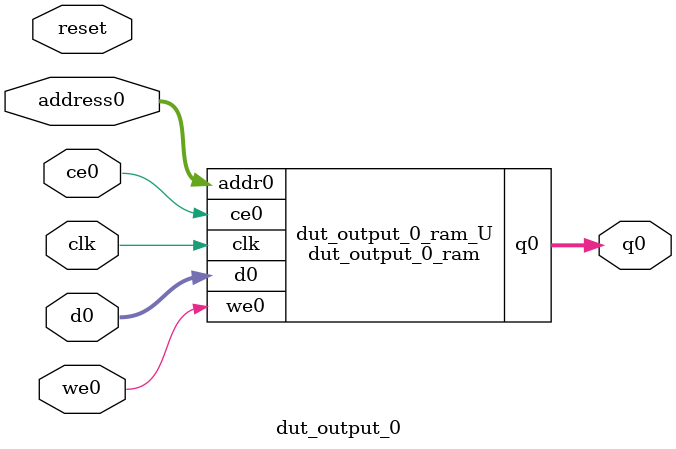
<source format=v>
`timescale 1 ns / 1 ps
module dut_output_0_ram (addr0, ce0, d0, we0, q0,  clk);

parameter DWIDTH = 40;
parameter AWIDTH = 4;
parameter MEM_SIZE = 16;

input[AWIDTH-1:0] addr0;
input ce0;
input[DWIDTH-1:0] d0;
input we0;
output reg[DWIDTH-1:0] q0;
input clk;

(* ram_style = "distributed" *)reg [DWIDTH-1:0] ram[0:MEM_SIZE-1];




always @(posedge clk)  
begin 
    if (ce0) begin
        if (we0) 
            ram[addr0] <= d0; 
        q0 <= ram[addr0];
    end
end


endmodule

`timescale 1 ns / 1 ps
module dut_output_0(
    reset,
    clk,
    address0,
    ce0,
    we0,
    d0,
    q0);

parameter DataWidth = 32'd40;
parameter AddressRange = 32'd16;
parameter AddressWidth = 32'd4;
input reset;
input clk;
input[AddressWidth - 1:0] address0;
input ce0;
input we0;
input[DataWidth - 1:0] d0;
output[DataWidth - 1:0] q0;



dut_output_0_ram dut_output_0_ram_U(
    .clk( clk ),
    .addr0( address0 ),
    .ce0( ce0 ),
    .we0( we0 ),
    .d0( d0 ),
    .q0( q0 ));

endmodule


</source>
